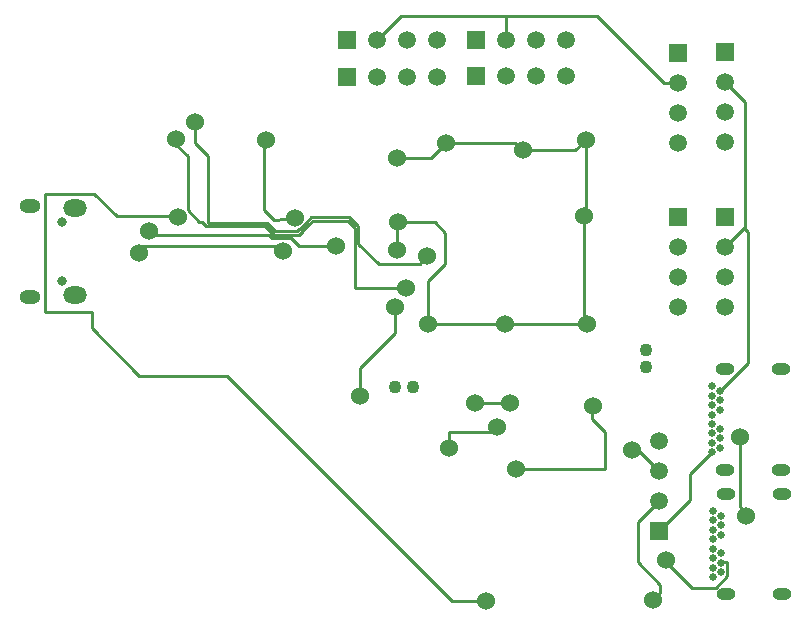
<source format=gbl>
G04 Layer_Physical_Order=2*
G04 Layer_Color=16711680*
%FSLAX24Y24*%
%MOIN*%
G70*
G01*
G75*
%ADD34C,0.0100*%
%ADD35C,0.0600*%
%ADD36C,0.0591*%
%ADD37R,0.0591X0.0591*%
%ADD38C,0.0433*%
%ADD39O,0.0787X0.0571*%
%ADD40O,0.0709X0.0453*%
%ADD41C,0.0315*%
%ADD42R,0.0591X0.0591*%
%ADD43O,0.0630X0.0394*%
%ADD44C,0.0256*%
D34*
X35669Y22689D02*
X36406Y23425D01*
X25244Y37165D02*
X26047Y37968D01*
X29551D01*
X36850Y30276D02*
X37520Y30945D01*
Y35110D01*
X36850Y35780D02*
X37520Y35110D01*
X34803Y35748D02*
X35276D01*
X32583Y37968D02*
X34803Y35748D01*
X29551Y37968D02*
X32583D01*
X29551Y37165D02*
Y37968D01*
X34449Y18504D02*
X34685Y18740D01*
Y19016D01*
X33937Y19764D02*
X34685Y19016D01*
X33937Y19764D02*
Y21087D01*
X34646Y21795D01*
X36535Y18898D02*
X36929Y19291D01*
X35748Y18898D02*
X36535D01*
X35669Y21819D02*
Y22689D01*
X34646Y20795D02*
X35669Y21819D01*
X15748Y27559D02*
X17323Y25984D01*
X15748Y27559D02*
Y28110D01*
X15827Y32047D02*
X16575Y31299D01*
X18504D01*
X18622Y31260D01*
X21805Y30677D02*
X22634D01*
X21529Y30953D02*
X21805Y30677D01*
X21850Y30787D02*
X22589D01*
X21575Y31063D02*
X21850Y30787D01*
X19606Y31063D02*
X21575D01*
X19561Y30953D02*
X21529D01*
X32402Y24528D02*
X32835Y24094D01*
Y22874D02*
Y24094D01*
X29882Y22874D02*
X32835D01*
X33937Y23504D02*
X34646Y22795D01*
X33740Y23504D02*
X33937D01*
X34882Y19764D02*
X35748Y18898D01*
X37362Y21614D02*
X37598Y21378D01*
X37362Y21614D02*
Y23937D01*
X24519Y28906D02*
X26032D01*
X21811Y31181D02*
X22520Y31220D01*
X18563Y33681D02*
X18937Y33307D01*
X18563Y33681D02*
Y33878D01*
X19606Y31063D02*
Y33307D01*
X19173Y33740D02*
X19606Y33307D01*
X19173Y33740D02*
Y34449D01*
X21496Y31496D02*
Y33622D01*
Y31496D02*
X21811Y31181D01*
X26950Y27700D02*
X29500D01*
X32250D01*
X32161Y27789D02*
X32250Y27700D01*
X32161Y27789D02*
Y31289D01*
X32200Y31328D01*
Y33850D01*
X31850Y33500D02*
X32200Y33850D01*
X30100Y33500D02*
X31850D01*
X29850Y33750D02*
X30100Y33500D01*
X27550Y33750D02*
X29850D01*
X27050Y33250D02*
X27550Y33750D01*
X25900Y33250D02*
X27050D01*
X18937Y31496D02*
Y33307D01*
X25866Y27402D02*
Y28268D01*
X24685Y26220D02*
X25866Y27402D01*
X24685Y25315D02*
Y26220D01*
X27638Y23583D02*
Y24094D01*
X29016D01*
X28504Y25079D02*
X29685D01*
X32402Y24528D02*
Y24724D01*
X22126Y30140D02*
Y30315D01*
X22589Y30787D02*
X22662Y30860D01*
X22669D01*
X22880Y31071D01*
Y31079D01*
X23061Y31260D01*
X18937Y31496D02*
X19331Y31102D01*
X22634Y30677D02*
X22707Y30750D01*
X22714D01*
X22990Y31026D01*
Y31033D01*
X23107Y31150D01*
X24285D01*
X24519Y30916D01*
Y28906D02*
Y30916D01*
X19331Y31102D02*
X19411D01*
X19561Y30953D01*
X22638Y30315D02*
X23898D01*
X14173Y28110D02*
X15748D01*
X14173D02*
Y32047D01*
X15827D01*
X27756Y18465D02*
X28780D01*
X17323Y25984D02*
X20236D01*
X36929Y19291D02*
Y19764D01*
X36720D02*
X36929D01*
X36680Y25470D02*
X37610Y26400D01*
Y30780D01*
X37520Y30870D02*
Y30945D01*
Y30870D02*
X37610Y30780D01*
X17666Y30680D02*
X21647D01*
X21759Y30567D01*
X22385D01*
X22638Y30315D01*
X26950Y27700D02*
Y29140D01*
X27510Y29700D01*
Y30750D01*
X27168Y31092D02*
X27510Y30750D01*
X25942Y31092D02*
X27168D01*
X26669Y29700D02*
X26929Y29961D01*
X23061Y31260D02*
X24331D01*
X24629Y30961D01*
Y30381D02*
Y30961D01*
Y30381D02*
X25310Y29700D01*
X26669D01*
X17598Y30748D02*
X17666Y30680D01*
X17283Y30118D02*
X17480Y30315D01*
X22126D01*
X25910Y30160D02*
Y31060D01*
X25942Y31092D01*
X20236Y25984D02*
X27756Y18465D01*
D35*
X34449Y18504D02*
D03*
X28898Y18465D02*
D03*
X18622Y31260D02*
D03*
X33740Y23504D02*
D03*
X34882Y19843D02*
D03*
X37559Y21299D02*
D03*
X37362Y23937D02*
D03*
X26220Y28898D02*
D03*
X18563Y33878D02*
D03*
X26929Y29961D02*
D03*
X19173Y34449D02*
D03*
X21535Y33819D02*
D03*
X22520Y31220D02*
D03*
X25942Y31092D02*
D03*
X26950Y27700D02*
D03*
X29500D02*
D03*
X32250D02*
D03*
X32161Y31289D02*
D03*
X32200Y33850D02*
D03*
X30100Y33500D02*
D03*
X27550Y33750D02*
D03*
X25900Y33250D02*
D03*
X25866Y28268D02*
D03*
X24685Y25315D02*
D03*
X27638Y23583D02*
D03*
X29252Y24252D02*
D03*
X28504Y25079D02*
D03*
X29685D02*
D03*
X29882Y22874D02*
D03*
X32441Y24961D02*
D03*
X22126Y30140D02*
D03*
X23898Y30315D02*
D03*
X17323Y30079D02*
D03*
X17638Y30787D02*
D03*
X25910Y30160D02*
D03*
D36*
X34646Y23795D02*
D03*
Y22795D02*
D03*
Y21795D02*
D03*
X35276Y33748D02*
D03*
Y34748D02*
D03*
Y35748D02*
D03*
Y28252D02*
D03*
Y29252D02*
D03*
Y30252D02*
D03*
X31551Y37165D02*
D03*
X30551D02*
D03*
X29551D02*
D03*
X27244D02*
D03*
X26244D02*
D03*
X25244D02*
D03*
X36850Y33780D02*
D03*
Y34780D02*
D03*
Y35780D02*
D03*
Y28276D02*
D03*
Y29276D02*
D03*
Y30276D02*
D03*
X27244Y35945D02*
D03*
X26244D02*
D03*
X25244D02*
D03*
X31535Y35984D02*
D03*
X30535D02*
D03*
X29535D02*
D03*
D37*
X34646Y20795D02*
D03*
X35276Y36748D02*
D03*
Y31252D02*
D03*
X36850Y36780D02*
D03*
Y31276D02*
D03*
D38*
X26450Y25600D02*
D03*
X25859D02*
D03*
X34200Y26845D02*
D03*
Y26255D02*
D03*
D39*
X15177Y31585D02*
D03*
Y28652D02*
D03*
D40*
X13681Y31644D02*
D03*
Y28593D02*
D03*
D41*
X14764Y31102D02*
D03*
Y29134D02*
D03*
D42*
X28551Y37165D02*
D03*
X24244D02*
D03*
Y35945D02*
D03*
X28535Y35984D02*
D03*
D43*
X38719Y22844D02*
D03*
Y26206D02*
D03*
X36857Y22844D02*
D03*
X38754Y18689D02*
D03*
Y22051D02*
D03*
X36892Y18689D02*
D03*
Y22051D02*
D03*
X36857Y26206D02*
D03*
D44*
X36680Y25470D02*
D03*
Y23580D02*
D03*
Y25155D02*
D03*
Y23895D02*
D03*
Y24840D02*
D03*
Y24210D02*
D03*
X36404Y25627D02*
D03*
Y23423D02*
D03*
Y25313D02*
D03*
Y23738D02*
D03*
Y24998D02*
D03*
Y24053D02*
D03*
Y24683D02*
D03*
Y24368D02*
D03*
X36715Y21315D02*
D03*
Y19425D02*
D03*
Y21000D02*
D03*
Y19740D02*
D03*
Y20685D02*
D03*
Y20055D02*
D03*
X36439Y21472D02*
D03*
Y19268D02*
D03*
Y21157D02*
D03*
Y19583D02*
D03*
Y20842D02*
D03*
Y19898D02*
D03*
Y20527D02*
D03*
Y20213D02*
D03*
M02*

</source>
